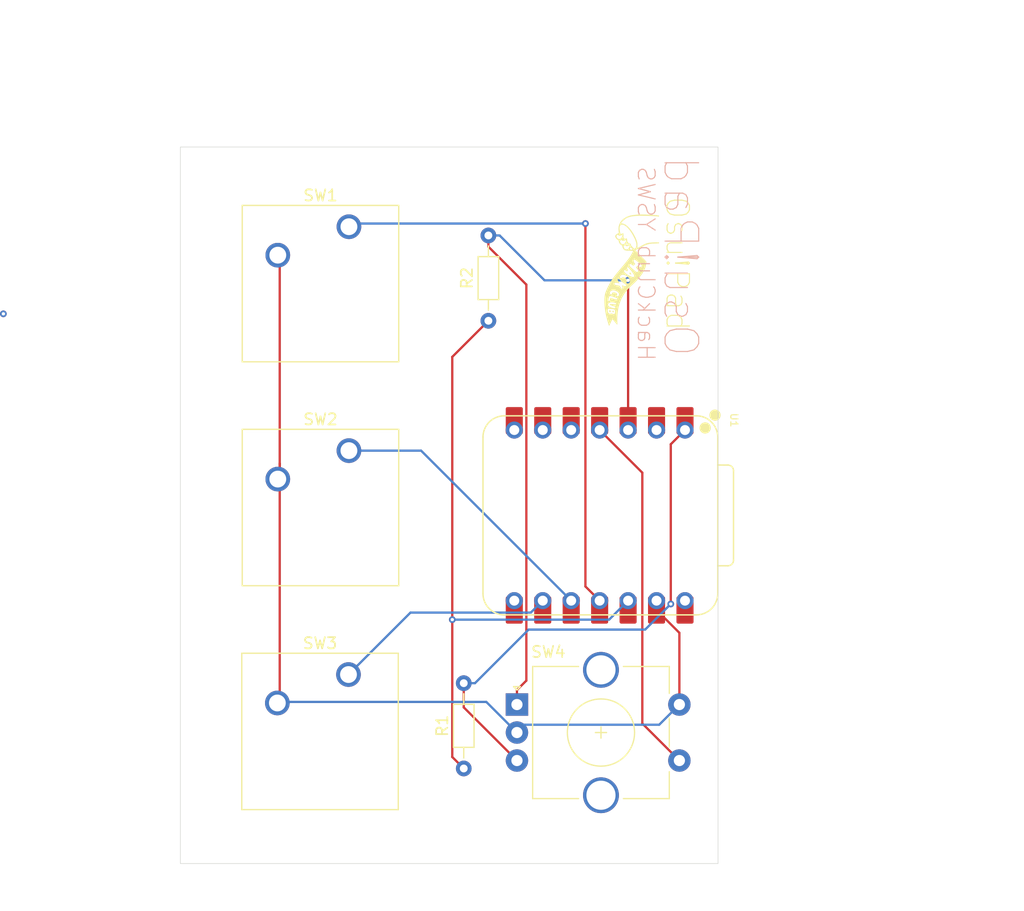
<source format=kicad_pcb>
(kicad_pcb (version 20240108) (generator "pcbnew") (generator_version "8.0")
  (layers (0 "F.Cu" signal) (31 "B.Cu" signal) (34 "B.Paste" user) (35 "F.Paste" user) (36 "B.SilkS" user "B.Silkscreen") (37 "F.SilkS" user "F.Silkscreen") (38 "B.Mask" user) (39 "F.Mask" user) (44 "Edge.Cuts" user))
  (net 0 "")
  (net 1 "Net-(U1-GPIO3{slash}MOSI)")
  (net 2 "GND")
  (net 3 "Net-(U1-GPIO4{slash}MISO)")
  (net 4 "Net-(U1-GPIO2{slash}SCK)")
  (net 11 "Net-(U1-GPIO29{slash}ADC3{slash}A3)")
  (net 18 "Net-(U1-GPIO28{slash}ADC2{slash}A2)")
  (net 19 "Net-(U1-GPIO26{slash}ADC0{slash}A0)")
  (net 20 "Net-(U1-3V3)")
  (footprint "Resistor_THT:R_Axial_DIN0204_L3.6mm_D1.6mm_P7.62mm_Horizontal" (layer "F.Cu") (at 134.3 103.81 90)
    (property "Reference" "R1" (at 3.81 -1.92 90) (layer "F.SilkS"))
    (property "Value" "5k")
    (fp_line (start 5.73 -0.92) (end 1.89 -0.92) (stroke (width 0.12)) (layer "F.SilkS"))
    (fp_line (start 1.89 -0.92) (end 1.89 0.92) (stroke (width 0.12)) (layer "F.SilkS"))
    (fp_line (start 6.68 0) (end 5.73 0) (stroke (width 0.12)) (layer "F.SilkS"))
    (fp_line (start 0.94 0) (end 1.89 0) (stroke (width 0.12)) (layer "F.SilkS"))
    (fp_line (start 5.73 0.92) (end 5.73 -0.92) (stroke (width 0.12)) (layer "F.SilkS"))
    (fp_line (start 1.89 0.92) (end 5.73 0.92) (stroke (width 0.12)) (layer "F.SilkS"))
    (pad "1" thru_hole circle (at 0 0 90) (size 1.4 1.4) (drill 0.7) (layers "*.Cu" "*.Mask") (net 20 "Net-(U1-3V3)"))
    (pad "2" thru_hole oval (at 7.62 0 90) (size 1.4 1.4) (drill 0.7) (layers "*.Cu" "*.Mask") (net 19 "Net-(U1-GPIO26{slash}ADC0{slash}A0)"))
  )
  (footprint "Resistor_THT:R_Axial_DIN0204_L3.6mm_D1.6mm_P7.62mm_Horizontal" (layer "F.Cu") (at 136.5 63.82 90)
    (property "Reference" "R2" (at 3.81 -1.92 90) (layer "F.SilkS"))
    (property "Value" "5k")
    (fp_line (start 5.73 -0.92) (end 1.89 -0.92) (stroke (width 0.12)) (layer "F.SilkS"))
    (fp_line (start 1.89 -0.92) (end 1.89 0.92) (stroke (width 0.12)) (layer "F.SilkS"))
    (fp_line (start 6.68 0) (end 5.73 0) (stroke (width 0.12)) (layer "F.SilkS"))
    (fp_line (start 0.94 0) (end 1.89 0) (stroke (width 0.12)) (layer "F.SilkS"))
    (fp_line (start 5.73 0.92) (end 5.73 -0.92) (stroke (width 0.12)) (layer "F.SilkS"))
    (fp_line (start 1.89 0.92) (end 5.73 0.92) (stroke (width 0.12)) (layer "F.SilkS"))
    (pad "1" thru_hole circle (at 0 0 90) (size 1.4 1.4) (drill 0.7) (layers "*.Cu" "*.Mask") (net 20 "Net-(U1-3V3)"))
    (pad "2" thru_hole oval (at 7.62 0 90) (size 1.4 1.4) (drill 0.7) (layers "*.Cu" "*.Mask") (net 18 "Net-(U1-GPIO28{slash}ADC2{slash}A2)"))
  )
  (footprint "Button_Switch_Keyboard:SW_Cherry_MX_1.00u_PCB" (layer "F.Cu") (at 124.05 55.42)
    (property "Reference" "SW1" (at -2.54 -2.794 0) (layer "F.SilkS"))
    (property "Value" "SW_Push")
    (fp_line (start -9.525 -1.905) (end 4.445 -1.905) (stroke (width 0.12)) (layer "F.SilkS"))
    (fp_line (start -9.525 12.065) (end -9.525 -1.905) (stroke (width 0.12)) (layer "F.SilkS"))
    (fp_line (start 4.445 -1.905) (end 4.445 12.065) (stroke (width 0.12)) (layer "F.SilkS"))
    (fp_line (start 4.445 12.065) (end -9.525 12.065) (stroke (width 0.12)) (layer "F.SilkS"))
    (pad "" np_thru_hole circle (at -7.62 5.08) (size 1.7 1.7) (drill 1.7) (layers "*.Cu" "*.Mask"))
    (pad "" np_thru_hole circle (at -2.54 5.08) (size 4 4) (drill 4) (layers "*.Cu" "*.Mask"))
    (pad "" np_thru_hole circle (at 2.54 5.08) (size 1.7 1.7) (drill 1.7) (layers "*.Cu" "*.Mask"))
    (pad "1" thru_hole circle (at 0 0) (size 2.2 2.2) (drill 1.5) (layers "*.Cu" "*.Mask") (net 1 "Net-(U1-GPIO3{slash}MOSI)"))
    (pad "2" thru_hole circle (at -6.35 2.54) (size 2.2 2.2) (drill 1.5) (layers "*.Cu" "*.Mask") (net 2 "GND"))
  )
  (footprint "LOGO" (layer "F.Cu") (at 148.920677 59.275013 -90)
    (property "Reference" "G***" (hide yes))
    (property "Value" "LOGO" (hide yes))
    (fp_poly (pts (xy 3.76614 1.520887) (xy 3.782094 1.566502) (xy 3.750016 1.613594) (xy 3.688172 1.636873) (xy 3.625448 1.629979) (xy 3.608158 1.574683) (xy 3.608157 1.574355) (xy 3.62724 1.517324) (xy 3.695495 1.50045) (xy 3.700088 1.500422)) (fill solid) (layer "F.SilkS"))
    (fp_poly (pts (xy 3.70039 1.228667) (xy 3.771363 1.248034) (xy 3.794075 1.250351) (xy 3.807455 1.271083) (xy 3.786779 1.303938) (xy 3.721602 1.352085) (xy 3.667283 1.34453) (xy 3.643897 1.284318) (xy 3.643882 1.282254) (xy 3.65879 1.227819)) (fill solid) (layer "F.SilkS"))
    (fp_poly (pts (xy 0.42556 -0.318179) (xy 0.397532 -0.258305) (xy 0.364662 -0.214636) (xy 0.314759 -0.16276) (xy 0.279498 -0.165158) (xy 0.254961 -0.190592) (xy 0.233615 -0.232877) (xy 0.261447 -0.26919) (xy 0.318991 -0.30235) (xy 0.399041 -0.333512)) (fill solid) (layer "F.SilkS"))
    (fp_poly (pts (xy -2.388886 -2.812876) (xy -2.371528 -2.776523) (xy -2.36187 -2.700692) (xy -2.357805 -2.572911) (xy -2.357186 -2.47391) (xy -2.346426 -2.17587) (xy -2.31125 -1.923079) (xy -2.245554 -1.691724) (xy -2.143235 -1.457993) (xy -2.055042 -1.294988) (xy -1.969261 -1.139479) (xy -1.893868 -0.992565) (xy -1.83842 -0.873453) (xy -1.815739 -0.814139) (xy -1.775752 -0.681582) (xy -1.254855 -1.184538) (xy -0.733958 -1.687494) (xy -0.53667 -1.669245) (xy -0.256443 -1.611258) (xy 0.043516 -1.489037) (xy 0.358753 -1.305579) (xy 0.684819 -1.06388) (xy 1.01726 -0.766939) (xy 1.351626 -0.417753) (xy 1.394905 -0.368789) (xy 1.754131 -0.004893) (xy 2.139355 0.294097) (xy 2.556818 0.531938) (xy 3.012761 0.712386) (xy 3.341168 0.802652) (xy 3.566836 0.8459) (xy 3.825943 0.880928) (xy 4.094519 0.905671) (xy 4.348589 0.918063) (xy 4.564183 0.916039) (xy 4.615917 0.912476) (xy 4.74614 0.904532) (xy 4.843375 0.905116) (xy 4.890755 0.913925) (xy 4.892832 0.917446) (xy 4.865758 0.951056) (xy 4.794617 1.015909) (xy 4.692496 1.10038) (xy 4.643529 1.138901) (xy 4.534535 1.227004) (xy 4.453419 1.299512) (xy 4.412236 1.34532) (xy 4.409871 1.354152) (xy 4.44715 1.37755) (xy 4.534569 1.42037) (xy 4.656148 1.474957) (xy 4.71276 1.499216) (xy 4.84176 1.556383) (xy 4.941012 1.605382) (xy 4.995489 1.638569) (xy 5.001406 1.646071) (xy 4.969024 1.664023) (xy 4.880952 1.695413) (xy 4.750806 1.736301) (xy 4.5922 1.782751) (xy 4.41875 1.830823) (xy 4.24407 1.87658) (xy 4.081775 1.916085) (xy 4.019246 1.930155) (xy 3.664738 1.995216) (xy 3.301494 2.039662) (xy 2.946058 2.06271) (xy 2.614974 2.063575) (xy 2.324786 2.041475) (xy 2.179184 2.017289) (xy 2.021806 1.970681) (xy 1.820798 1.891067) (xy 1.591305 1.78607) (xy 1.348471 1.663311) (xy 1.10744 1.530413) (xy 0.883357 1.394996) (xy 0.719143 1.284302) (xy 1.821941 1.284302) (xy 1.845381 1.408785) (xy 1.90603 1.50523) (xy 1.989382 1.564229) (xy 2.080931 1.576378) (xy 2.121217 1.555531) (xy 2.331061 1.555531) (xy 2.331062 1.57187) (xy 2.371107 1.620447) (xy 2.457761 1.663624) (xy 2.567802 1.695916) (xy 2.678006 1.711837) (xy 2.76515 1.7059) (xy 2.801858 1.683091) (xy 2.79611 1.636085) (xy 2.730108 1.590823) (xy 2.616807 1.555295) (xy 2.538148 1.532099) (xy 2.501135 1.508631) (xy 2.500721 1.506514) (xy 2.512505 1.462401) (xy 2.52138 1.436512) (xy 2.89387 1.436512) (xy 2.915574 1.580086) (xy 2.973474 1.683984) (xy 3.056181 1.740394) (xy 3.152304 1.741503) (xy 3.249507 1.68045) (xy 3.287761 1.622032) (xy 3.472526 1.622032) (xy 3.472855 1.701073) (xy 3.487287 1.741444) (xy 3.518215 1.759228) (xy 3.524479 1.760955) (xy 3.618542 1.77941) (xy 3.696797 1.772978) (xy 3.781664 1.746922) (xy 3.878113 1.683908) (xy 3.922693 1.591315) (xy 3.906499 1.48893) (xy 3.901799 1.479987) (xy 3.890426 1.401548) (xy 3.923892 1.320351) (xy 3.956387 1.221594) (xy 3.924514 1.152715) (xy 3.829326 1.114871) (xy 3.730075 1.107454) (xy 3.636727 1.113486) (xy 3.573687 1.13985) (xy 3.532938 1.198951) (xy 3.506459 1.30319) (xy 3.486234 1.464973) (xy 3.483906 1.488236) (xy 3.472526 1.622032) (xy 3.287761 1.622032) (xy 3.299703 1.603796) (xy 3.350813 1.485327) (xy 3.394036 1.351865) (xy 3.420572 1.230233) (xy 3.42278 1.152345) (xy 3.382564 1.093094) (xy 3.350725 1.078833) (xy 3.305573 1.091739) (xy 3.269718 1.158311) (xy 3.251223 1.22132) (xy 3.200272 1.398142) (xy 3.153316 1.510372) (xy 3.107204 1.564506) (xy 3.081206 1.57187) (xy 3.051687 1.560048) (xy 3.040552 1.514414) (xy 3.045591 1.419716) (xy 3.051432 1.366455) (xy 3.066022 1.240753) (xy 3.077949 1.135715) (xy 3.082839 1.090961) (xy 3.062961 1.026586) (xy 3.029918 1.008401) (xy 2.979909 1.031044) (xy 2.937969 1.112401) (xy 2.90811 1.239851) (xy 2.894341 1.400775) (xy 2.89387 1.436512) (xy 2.52138 1.436512) (xy 2.542877 1.373808) (xy 2.57217 1.294624) (xy 2.623134 1.13444) (xy 2.643386 1.008755) (xy 2.632714 0.926953) (xy 2.590906 0.898418) (xy 2.581083 0.899465) (xy 2.537495 0.934535) (xy 2.487919 1.028048) (xy 2.429508 1.185578) (xy 2.419938 1.214673) (xy 2.376733 1.356617) (xy 2.345545 1.476514) (xy 2.331061 1.555531) (xy 2.121217 1.555531) (xy 2.166171 1.532268) (xy 2.180441 1.51677) (xy 2.203288 1.454137) (xy 2.158688 1.407795) (xy 2.089873 1.387493) (xy 2.033195 1.346974) (xy 2.009105 1.265292) (xy 2.013626 1.162666) (xy 2.042779 1.059316) (xy 2.092588 0.975461) (xy 2.159075 0.931321) (xy 2.180102 0.928832) (xy 2.237653 0.943967) (xy 2.250633 0.964557) (xy 2.279568 0.996251) (xy 2.304219 1.000281) (xy 2.34454 0.971859) (xy 2.357197 0.905871) (xy 2.340696 0.831239) (xy 2.314937 0.79308) (xy 2.227772 0.747169) (xy 2.129795 0.759701) (xy 2.030962 0.820755) (xy 1.941229 0.92041) (xy 1.870553 1.048745) (xy 1.82889 1.195841) (xy 1.821941 1.284302) (xy 0.719143 1.284302) (xy 0.708395 1.277057) (xy 0.577159 1.178628) (xy 0.408144 1.046132) (xy 0.217411 0.892472) (xy 0.133549 0.82333) (xy 0.796097 0.82333) (xy 0.811474 0.873069) (xy 0.876018 0.881778) (xy 0.983223 0.84233) (xy 1.079214 0.78292) (xy 1.149008 0.73628) (xy 1.188884 0.714669) (xy 1.190178 0.714486) (xy 1.191995 0.745948) (xy 1.181204 0.82649) (xy 1.169339 0.89154) (xy 1.152915 1.005284) (xy 1.150484 1.095615) (xy 1.155496 1.123748) (xy 1.203555 1.17284) (xy 1.272312 1.166214) (xy 1.319753 1.127784) (xy 1.347585 1.064491) (xy 1.37226 0.958668) (xy 1.382446 0.886644) (xy 1.398287 0.773727) (xy 1.425786 0.706875) (xy 1.481099 0.66085) (xy 1.54981 0.625176) (xy 1.653021 0.559697) (xy 1.691237 0.502688) (xy 1.670909 0.462405) (xy 1.59849 0.4471) (xy 1.480431 0.465028) (xy 1.435317 0.478711) (xy 1.381833 0.493913) (xy 1.370831 0.478615) (xy 1.398084 0.418232) (xy 1.410692 0.393778) (xy 1.451682 0.278099) (xy 1.451688 0.182186) (xy 1.41209 0.123382) (xy 1.388498 0.114654) (xy 1.33171 0.139538) (xy 1.256393 0.23045) (xy 1.216676 0.292911) (xy 1.121052 0.429076) (xy 1.002931 0.56649) (xy 0.938882 0.629264) (xy 0.836397 0.739686) (xy 0.796097 0.82333) (xy 0.133549 0.82333) (xy 0.02102 0.730552) (xy -0.125183 0.607313) (xy -0.317782 0.445043) (xy 0.434449 0.445043) (xy 0.467694 0.564574) (xy 0.500141 0.607313) (xy 0.586397 0.664288) (xy 0.670585 0.674556) (xy 0.730646 0.636947) (xy 0.739274 0.62001) (xy 0.732278 0.550875) (xy 0.702429 0.517829) (xy 0.64962 0.440195) (xy 0.657843 0.334204) (xy 0.725857 0.20653) (xy 0.770857 0.149327) (xy 0.880385 0.044006) (xy 0.971901 0.003281) (xy 1.042412 0.028068) (xy 1.065532 0.059105) (xy 1.115782 0.09999) (xy 1.17102 0.085735) (xy 1.209027 0.027264) (xy 1.214627 -0.01419) (xy 1.186839 -0.122681) (xy 1.111975 -0.18961) (xy 1.002788 -0.212473) (xy 0.872027 -0.188766) (xy 0.732444 -0.115988) (xy 0.724587 -0.110383) (xy 0.598404 0.008673) (xy 0.504713 0.151394) (xy 0.448425 0.302084) (xy 0.434449 0.445043) (xy -0.317782 0.445043) (xy -0.428301 0.351928) (xy -0.68724 0.140729) (xy -0.894399 -0.02019) (xy -0.241732 -0.02019) (xy -0.236098 0.023461) (xy -0.180756 0.035724) (xy -0.088219 0.016694) (xy -0.03814 -0.006782) (xy 0.030247 -0.030871) (xy 0.085069 -0.003521) (xy 0.117303 0.034221) (xy 0.108869 0.078814) (xy 0.0659 0.142762) (xy 0.022432 0.220106) (xy 0.01357 0.277538) (xy 0.015763 0.282398) (xy 0.073878 0.320749) (xy 0.157235 0.29834) (xy 0.258552 0.218027) (xy 0.303024 0.16969) (xy 0.397863 0.04318) (xy 0.487769 -0.103901) (xy 0.563748 -0.253386) (xy 0.616809 -0.387108) (xy 0.637958 -0.486901) (xy 0.6371 -0.505191) (xy 0.610378 -0.576958) (xy 0.553909 -0.602538) (xy 0.463152 -0.580589) (xy 0.333568 -0.509767) (xy 0.160617 -0.38873) (xy 0.107601 -0.348573) (xy -0.070477 -0.205415) (xy -0.186723 -0.096219) (xy -0.241732 -0.02019) (xy -0.894399 -0.02019) (xy -0.909232 -0.031712) (xy -1.10151 -0.170823) (xy -1.271308 -0.282032) (xy -1.425856 -0.37077) (xy -1.434197 -0.37518) (xy -1.549662 -0.435128) (xy -1.637848 -0.479371) (xy -1.682261 -0.499665) (xy -1.684268 -0.500141) (xy -1.694891 -0.465323) (xy -1.703779 -0.36447) (xy -1.710594 -0.20298) (xy -1.714558 -0.018297) (xy -1.725594 0.120808) (xy -1.750953 0.233519) (xy -1.770149 0.275685) (xy -1.845877 0.354326) (xy -1.949022 0.419464) (xy -2.051212 0.455587) (xy -2.101203 0.456699) (xy -2.161966 0.478397) (xy -2.203957 0.543149) (xy -2.269044 0.634207) (xy -2.368617 0.7148) (xy -2.476666 0.767522) (xy -2.55429 0.777623) (xy -2.624924 0.799356) (xy -2.679325 0.875246) (xy -2.746389 0.962056) (xy -2.844241 1.04078) (xy -2.866794 1.053868) (xy -2.956715 1.096923) (xy -3.017728 1.104847) (xy -3.081787 1.079929) (xy -3.099002 1.070524) (xy -3.181692 0.995028) (xy -3.23905 0.891902) (xy -3.261227 0.846866) (xy -3.138323 0.846866) (xy -3.129911 0.917402) (xy -3.09921 0.959074) (xy -3.025998 0.987227) (xy -2.930139 0.969636) (xy -2.837706 0.912816) (xy -2.813291 0.887627) (xy -2.753464 0.774028) (xy -2.76146 0.6633) (xy -2.833896 0.564214) (xy -2.900092 0.525201) (xy -2.668152 0.525201) (xy -2.655386 0.584307) (xy -2.645188 0.604346) (xy -2.596006 0.661985) (xy -2.522758 0.665982) (xy -2.506699 0.662513) (xy -2.409275 0.617444) (xy -2.348875 0.566108) (xy -2.289048 0.452509) (xy -2.297043 0.341781) (xy -2.369479 0.242695) (xy -2.435676 0.203682) (xy -2.203735 0.203682) (xy -2.19097 0.262788) (xy -2.180772 0.282828) (xy -2.131589 0.340466) (xy -2.058341 0.344463) (xy -2.042283 0.340994) (xy -1.944858 0.295925) (xy -1.884459 0.244589) (xy -1.824631 0.13099) (xy -1.832627 0.020262) (xy -1.905063 -0.078824) (xy -2.038557 -0.157499) (xy -2.039704 -0.157959) (xy -2.149436 -0.195382) (xy -2.201732 -0.194337) (xy -2.200682 -0.152681) (xy -2.166161 -0.091683) (xy -2.113394 0.026325) (xy -2.126831 0.118013) (xy -2.165845 0.159649) (xy -2.203735 0.203682) (xy -2.435676 0.203682) (xy -2.502974 0.16402) (xy -2.50412 0.16356) (xy -2.613852 0.126137) (xy -2.666148 0.127182) (xy -2.665098 0.168838) (xy -2.630578 0.229836) (xy -2.577811 0.347844) (xy -2.591247 0.439532) (xy -2.630262 0.481168) (xy -2.668152 0.525201) (xy -2.900092 0.525201) (xy -2.96739 0.485539) (xy -2.968537 0.485079) (xy -3.068674 0.450928) (xy -2.786498 0.450928) (xy -2.76912 0.461621) (xy -2.721629 0.41573) (xy -2.710492 0.401898) (xy -2.679596 0.359583) (xy -2.698096 0.368454) (xy -2.72398 0.388411) (xy -2.773457 0.43248) (xy -2.786498 0.450928) (xy -3.068674 0.450928) (xy -3.078268 0.447656) (xy -3.130564 0.448701) (xy -3.129515 0.490357) (xy -3.094994 0.551355) (xy -3.045974 0.657927) (xy -3.043493 0.745859) (xy -3.087889 0.797946) (xy -3.090155 0.798854) (xy -3.138323 0.846866) (xy -3.261227 0.846866) (xy -3.278817 0.811146) (xy -3.321684 0.779164) (xy -3.327761 0.779781) (xy -3.386097 0.788591) (xy -3.491668 0.799965) (xy -3.607557 0.81026) (xy -3.870827 0.797489) (xy -4.118601 0.719881) (xy -4.344154 0.583511) (xy -4.540761 0.39445) (xy -4.701697 0.158771) (xy -4.820237 -0.117454) (xy -4.874817 -0.334) (xy -4.916443 -0.6113) (xy -4.941844 -0.911877) (xy -4.951432 -1.247989) (xy -4.945615 -1.631895) (xy -4.930008 -1.984214) (xy -4.915083 -2.2502) (xy -4.902194 -2.453249) (xy -4.89003 -2.601795) (xy -4.87728 -2.704271) (xy -4.862632 -2.76911) (xy -4.844775 -2.804747) (xy -4.822396 -2.819614) (xy -4.799677 -2.822222) (xy -4.763247 -2.803216) (xy -4.764278 -2.736588) (xy -4.766847 -2.723981) (xy -4.780316 -2.626569) (xy -4.792887 -2.471264) (xy -4.804186 -2.271617) (xy -4.813836 -2.041182) (xy -4.821462 -1.793511) (xy -4.826689 -1.542156) (xy -4.82914 -1.30067) (xy -4.82844 -1.082607) (xy -4.824214 -0.901518) (xy -4.819757 -0.815208) (xy -4.798683 -0.563501) (xy -4.771761 -0.365041) (xy -4.734956 -0.201652) (xy -4.68423 -0.055154) (xy -4.620164 0.08356) (xy -4.559235 0.182548) (xy -4.474268 0.294468) (xy -4.378991 0.40422) (xy -4.287134 0.496704) (xy -4.212424 0.55682) (xy -4.176468 0.571589) (xy -4.153798 0.5405) (xy -4.151923 0.526096) (xy -4.046787 0.526096) (xy -3.99717 0.625056) (xy -3.888901 0.688435) (xy -3.724501 0.712204) (xy -3.506494 0.692336) (xy -3.429536 0.676936) (xy -3.297034 0.646414) (xy -3.223155 0.623021) (xy -3.196767 0.598423) (xy -3.206738 0.564287) (xy -3.230837 0.528187) (xy -3.28278 0.438221) (xy -3.280947 0.384786) (xy -3.220348 0.362058) (xy -3.095991 0.364213) (xy -3.09071 0.364643) (xy -2.969166 0.369903) (xy -2.893163 0.356751) (xy -2.83798 0.319742) (xy -2.824421 0.305997) (xy -2.777418 0.231876) (xy -2.787595 0.178069) (xy -2.821331 0.099688) (xy -2.801148 0.062115) (xy -2.389823 0.062115) (xy -2.376977 0.094015) (xy -2.357806 0.107173) (xy -2.295046 0.116966) (xy -2.243475 0.084839) (xy -2.224447 0.032146) (xy -2.243488 -0.007145) (xy -2.288788 -0.029073) (xy -2.343248 0.005967) (xy -2.34913 0.011754) (xy -2.389823 0.062115) (xy -2.801148 0.062115) (xy -2.797017 0.054424) (xy -2.710056 0.036582) (xy -2.672696 0.035724) (xy -2.533189 0.011047) (xy -2.425513 -0.055104) (xy -2.365283 -0.150903) (xy -2.357806 -0.202711) (xy -2.339789 -0.268087) (xy -2.326489 -0.271784) (xy -2.036958 -0.271784) (xy -1.938381 -0.231086) (xy -1.86706 -0.208632) (xy -1.832116 -0.230113) (xy -1.813182 -0.282746) (xy -1.799543 -0.370741) (xy -1.805306 -0.425434) (xy -1.830762 -0.445974) (xy -1.882006 -0.417269) (xy -1.930505 -0.373773) (xy -2.036958 -0.271784) (xy -2.326489 -0.271784) (xy -2.276083 -0.285795) (xy -2.199667 -0.313632) (xy -2.095349 -0.391234) (xy -2.024884 -0.457858) (xy -1.93622 -0.54989) (xy -1.895584 -0.601822) (xy -0.928833 -0.601822) (xy -0.900897 -0.551549) (xy -0.830252 -0.535346) (xy -0.736642 -0.552571) (xy -0.63981 -0.602587) (xy -0.627888 -0.611563) (xy -0.531654 -0.687261) (xy -0.446156 -0.60694) (xy -0.360659 -0.52662) (xy -0.448262 -0.411766) (xy -0.519939 -0.297766) (xy -0.531589 -0.221979) (xy -0.483173 -0.183807) (xy -0.433055 -0.178622) (xy -0.368704 -0.190549) (xy -0.299831 -0.233219) (xy -0.212726 -0.316962) (xy -0.136725 -0.401899) (xy -0.000018 -0.560923) (xy 0.095067 -0.676231) (xy 0.154558 -0.757347) (xy 0.184484 -0.813796) (xy 0.190871 -0.855101) (xy 0.179749 -0.890786) (xy 0.176578 -0.896927) (xy 0.126327 -0.952896) (xy 0.058543 -0.953393) (xy -0.035883 -0.896876) (xy -0.090324 -0.851702) (xy -0.168981 -0.785248) (xy -0.216025 -0.761426) (xy -0.253347 -0.775513) (xy -0.288867 -0.808855) (xy -0.332868 -0.86074) (xy -0.337821 -0.909014) (xy -0.30579 -0.985237) (xy -0.30102 -0.994834) (xy -0.265282 -1.106375) (xy -0.267644 -1.204303) (xy -0.30478 -1.269716) (xy -0.352268 -1.286076) (xy -0.401577 -1.259214) (xy -0.480562 -1.18781) (xy -0.577617 -1.085637) (xy -0.681136 -0.966469) (xy -0.779514 -0.84408) (xy -0.861145 -0.732242) (xy -0.914422 -0.644731) (xy -0.928833 -0.601822) (xy -1.895584 -0.601822) (xy -1.891612 -0.606898) (xy -1.884384 -0.644173) (xy -1.907864 -0.677006) (xy -1.923063 -0.691149) (xy -2.052937 -0.769406) (xy -2.215644 -0.796114) (xy -2.415264 -0.770898) (xy -2.655879 -0.693386) (xy -2.854948 -0.60587) (xy -3.219232 -0.41144) (xy -3.52883 -0.203965) (xy -3.776147 0.011339) (xy -3.818491 0.055997) (xy -3.95997 0.237539) (xy -4.035228 0.395581) (xy -4.046787 0.526096) (xy -4.151923 0.526096) (xy -4.144031 0.465461) (xy -4.144023 0.462993) (xy -4.111326 0.31142) (xy -4.018296 0.144229) (xy -3.872526 -0.032032) (xy -3.681606 -0.210819) (xy -3.453128 -0.385584) (xy -3.194683 -0.549782) (xy -2.913863 -0.696864) (xy -2.684993 -0.795179) (xy -2.521365 -0.85275) (xy -2.388595 -0.882106) (xy -2.254782 -0.889181) (xy -2.191513 -0.886984) (xy -2.074924 -0.883723) (xy -1.993097 -0.886729) (xy -1.964763 -0.894608) (xy -1.981473 -0.931908) (xy -2.026405 -1.01671) (xy -2.091863 -1.134751) (xy -2.140345 -1.220055) (xy -2.25389 -1.425868) (xy -2.335151 -1.598286) (xy -2.390147 -1.758797) (xy -2.424891 -1.928887) (xy -2.445402 -2.130042) (xy -2.45642 -2.348875) (xy -2.462861 -2.541854) (xy -2.464427 -2.674486) (xy -2.460178 -2.757766) (xy -2.449179 -2.802688) (xy -2.43049 -2.820245) (xy -2.416053 -2.822222)) (fill solid) (layer "F.SilkS"))
  )
  (footprint "Seeed Studio XIAO Series Library:XIAO-RP2040-DIP" (layer "F.Cu") (at 146.4315 81.2 -90)
    (property "Reference" "U1" (at -8.5 -12 -90) (layer "F.SilkS") (effects (font (size 0.635 0.635) (thickness 0.1016))))
    (property "Value" "XIAO-RP2040-DIP")
    (fp_line (start -6.985 10.414) (end 6.985 10.414) (stroke (width 0.127)) (layer "F.SilkS"))
    (fp_line (start -8.89 8.509) (end -8.89 -8.636) (stroke (width 0.127)) (layer "F.SilkS"))
    (fp_line (start 8.89 8.509) (end 8.89 -8.636) (stroke (width 0.127)) (layer "F.SilkS"))
    (fp_line (start -4.495 -10.541) (end -4.491272 -11.451272) (stroke (width 0.127)) (layer "F.SilkS"))
    (fp_line (start 6.985 -10.541) (end -6.985 -10.541) (stroke (width 0.1)) (layer "F.SilkS"))
    (fp_line (start 6.985 -10.541) (end -6.985 -10.541) (stroke (width 0.127)) (layer "F.SilkS"))
    (fp_line (start 4.504 -11.451) (end 4.504 -10.541) (stroke (width 0.127)) (layer "F.SilkS"))
    (fp_line (start -3.991272 -11.951) (end 4.004 -11.951) (stroke (width 0.127)) (layer "F.SilkS"))
    (fp_arc (start -6.985 10.414) (mid -8.332038 9.856038) (end -8.89 8.509) (stroke (width 0.127)) (layer "F.SilkS"))
    (fp_arc (start 8.89 8.509) (mid 8.332038 9.856038) (end 6.985 10.414) (stroke (width 0.127)) (layer "F.SilkS"))
    (fp_arc (start -8.89 -8.636) (mid -8.332038 -9.983038) (end -6.985 -10.541) (stroke (width 0.127)) (layer "F.SilkS"))
    (fp_arc (start 6.985 -10.541) (mid 8.332038 -9.983038) (end 8.89 -8.636) (stroke (width 0.127)) (layer "F.SilkS"))
    (fp_arc (start -4.491272 -11.451272) (mid -4.344724 -11.804644) (end -3.991272 -11.951) (stroke (width 0.127)) (layer "F.SilkS"))
    (fp_arc (start 4.004 -11.951) (mid 4.357553 -11.804553) (end 4.504 -11.451) (stroke (width 0.127)) (layer "F.SilkS"))
    (fp_circle (center -7.807 -9.42) (end -7.807 -9.674) (stroke (width 0.5)) (fill solid) (layer "F.SilkS"))
    (fp_circle (center -8.95 -10.3) (end -8.95 -10.554) (stroke (width 0.5)) (fill solid) (layer "F.SilkS"))
    (pad "1" smd roundrect (at -8.455 -7.62 90) (size 2.432 1.524) (layers "F.Cu" "F.Mask") (roundrect_rratio 0.1) (net 19 "Net-(U1-GPIO26{slash}ADC0{slash}A0)"))
    (pad "1" thru_hole circle (at -7.62 -7.62 90) (size 1.524 1.524) (drill 0.889) (layers "*.Cu" "*.Mask") (net 19 "Net-(U1-GPIO26{slash}ADC0{slash}A0)"))
    (pad "2" smd roundrect (at -8.455 -5.08 90) (size 2.432 1.524) (layers "F.Cu" "F.Mask") (roundrect_rratio 0.1))
    (pad "2" thru_hole circle (at -7.62 -5.08 90) (size 1.524 1.524) (drill 0.889) (layers "*.Cu" "*.Mask"))
    (pad "3" smd roundrect (at -8.455 -2.54 90) (size 2.432 1.524) (layers "F.Cu" "F.Mask") (roundrect_rratio 0.1) (net 18 "Net-(U1-GPIO28{slash}ADC2{slash}A2)"))
    (pad "3" thru_hole circle (at -7.62 -2.54 90) (size 1.524 1.524) (drill 0.889) (layers "*.Cu" "*.Mask") (net 18 "Net-(U1-GPIO28{slash}ADC2{slash}A2)"))
    (pad "4" smd roundrect (at -8.455 0 90) (size 2.432 1.524) (layers "F.Cu" "F.Mask") (roundrect_rratio 0.1) (net 11 "Net-(U1-GPIO29{slash}ADC3{slash}A3)"))
    (pad "4" thru_hole circle (at -7.62 0 90) (size 1.524 1.524) (drill 0.889) (layers "*.Cu" "*.Mask") (net 11 "Net-(U1-GPIO29{slash}ADC3{slash}A3)"))
    (pad "5" smd roundrect (at -8.455 2.54 90) (size 2.432 1.524) (layers "F.Cu" "F.Mask") (roundrect_rratio 0.1))
    (pad "5" thru_hole circle (at -7.62 2.54 90) (size 1.524 1.524) (drill 0.889) (layers "*.Cu" "*.Mask"))
    (pad "6" smd roundrect (at -8.455 5.08 90) (size 2.432 1.524) (layers "F.Cu" "F.Mask") (roundrect_rratio 0.1))
    (pad "6" thru_hole circle (at -7.62 5.08 90) (size 1.524 1.524) (drill 0.889) (layers "*.Cu" "*.Mask"))
    (pad "7" smd roundrect (at -8.455 7.62 90) (size 2.432 1.524) (layers "F.Cu" "F.Mask") (roundrect_rratio 0.1))
    (pad "7" thru_hole circle (at -7.62 7.62 90) (size 1.524 1.524) (drill 0.889) (layers "*.Cu" "*.Mask"))
    (pad "8" thru_hole circle (at 7.62 7.62 270) (size 1.524 1.524) (drill 0.889) (layers "*.Cu" "*.Mask"))
    (pad "8" smd roundrect (at 8.455 7.62 270) (size 2.432 1.524) (layers "F.Cu" "F.Mask") (roundrect_rratio 0.1))
    (pad "9" thru_hole circle (at 7.62 5.08 270) (size 1.524 1.524) (drill 0.889) (layers "*.Cu" "*.Mask") (net 4 "Net-(U1-GPIO2{slash}SCK)"))
    (pad "9" smd roundrect (at 8.455 5.08 270) (size 2.432 1.524) (layers "F.Cu" "F.Mask") (roundrect_rratio 0.1) (net 4 "Net-(U1-GPIO2{slash}SCK)"))
    (pad "10" thru_hole circle (at 7.62 2.54 270) (size 1.524 1.524) (drill 0.889) (layers "*.Cu" "*.Mask") (net 3 "Net-(U1-GPIO4{slash}MISO)"))
    (pad "10" smd roundrect (at 8.455 2.54 270) (size 2.432 1.524) (layers "F.Cu" "F.Mask") (roundrect_rratio 0.1) (net 3 "Net-(U1-GPIO4{slash}MISO)"))
    (pad "11" thru_hole circle (at 7.62 0 270) (size 1.524 1.524) (drill 0.889) (layers "*.Cu" "*.Mask") (net 1 "Net-(U1-GPIO3{slash}MOSI)"))
    (pad "11" smd roundrect (at 8.455 0 270) (size 2.432 1.524) (layers "F.Cu" "F.Mask") (roundrect_rratio 0.1) (net 1 "Net-(U1-GPIO3{slash}MOSI)"))
    (pad "12" thru_hole circle (at 7.62 -2.54 270) (size 1.524 1.524) (drill 0.889) (layers "*.Cu" "*.Mask") (net 20 "Net-(U1-3V3)"))
    (pad "12" smd roundrect (at 8.455 -2.54 270) (size 2.432 1.524) (layers "F.Cu" "F.Mask") (roundrect_rratio 0.1) (net 20 "Net-(U1-3V3)"))
    (pad "13" thru_hole circle (at 7.62 -5.08 270) (size 1.524 1.524) (drill 0.889) (layers "*.Cu" "*.Mask") (net 2 "GND"))
    (pad "13" smd roundrect (at 8.455 -5.08 270) (size 2.432 1.524) (layers "F.Cu" "F.Mask") (roundrect_rratio 0.1) (net 2 "GND"))
    (pad "14" thru_hole circle (at 7.62 -7.62 270) (size 1.524 1.524) (drill 0.889) (layers "*.Cu" "*.Mask"))
    (pad "14" smd roundrect (at 8.455 -7.62 270) (size 2.432 1.524) (layers "F.Cu" "F.Mask") (roundrect_rratio 0.1))
  )
  (footprint "Button_Switch_Keyboard:SW_Cherry_MX_1.00u_PCB" (layer "F.Cu") (at 124.01 95.42)
    (property "Reference" "SW3" (at -2.54 -2.794 0) (layer "F.SilkS"))
    (property "Value" "SW_Push")
    (fp_line (start -9.525 -1.905) (end 4.445 -1.905) (stroke (width 0.12)) (layer "F.SilkS"))
    (fp_line (start -9.525 12.065) (end -9.525 -1.905) (stroke (width 0.12)) (layer "F.SilkS"))
    (fp_line (start 4.445 -1.905) (end 4.445 12.065) (stroke (width 0.12)) (layer "F.SilkS"))
    (fp_line (start 4.445 12.065) (end -9.525 12.065) (stroke (width 0.12)) (layer "F.SilkS"))
    (pad "" np_thru_hole circle (at -7.62 5.08) (size 1.7 1.7) (drill 1.7) (layers "*.Cu" "*.Mask"))
    (pad "" np_thru_hole circle (at -2.54 5.08) (size 4 4) (drill 4) (layers "*.Cu" "*.Mask"))
    (pad "" np_thru_hole circle (at 2.54 5.08) (size 1.7 1.7) (drill 1.7) (layers "*.Cu" "*.Mask"))
    (pad "1" thru_hole circle (at 0 0) (size 2.2 2.2) (drill 1.5) (layers "*.Cu" "*.Mask") (net 4 "Net-(U1-GPIO2{slash}SCK)"))
    (pad "2" thru_hole circle (at -6.35 2.54) (size 2.2 2.2) (drill 1.5) (layers "*.Cu" "*.Mask") (net 2 "GND"))
  )
  (footprint "Rotary_Encoder:RotaryEncoder_Alps_EC11E-Switch_Vertical_H20mm_CircularMountingHoles" (layer "F.Cu") (at 139.05 98.1)
    (property "Reference" "SW4" (at 2.8 -4.7 0) (layer "F.SilkS"))
    (property "Value" "RotaryEncoder_Switch")
    (fp_line (start -0.3 -1.6) (end 0.3 -1.6) (stroke (width 0.12)) (layer "F.SilkS"))
    (fp_line (start 0 -1.3) (end -0.3 -1.6) (stroke (width 0.12)) (layer "F.SilkS"))
    (fp_line (start 0.3 -1.6) (end 0 -1.3) (stroke (width 0.12)) (layer "F.SilkS"))
    (fp_line (start 1.4 -3.4) (end 1.4 8.4) (stroke (width 0.12)) (layer "F.SilkS"))
    (fp_line (start 5.5 -3.4) (end 1.4 -3.4) (stroke (width 0.12)) (layer "F.SilkS"))
    (fp_line (start 5.5 8.4) (end 1.4 8.4) (stroke (width 0.12)) (layer "F.SilkS"))
    (fp_line (start 7 2.5) (end 8 2.5) (stroke (width 0.12)) (layer "F.SilkS"))
    (fp_line (start 7.5 2) (end 7.5 3) (stroke (width 0.12)) (layer "F.SilkS"))
    (fp_line (start 9.5 -3.4) (end 13.6 -3.4) (stroke (width 0.12)) (layer "F.SilkS"))
    (fp_line (start 13.6 -3.4) (end 13.6 -1) (stroke (width 0.12)) (layer "F.SilkS"))
    (fp_line (start 13.6 1.2) (end 13.6 3.8) (stroke (width 0.12)) (layer "F.SilkS"))
    (fp_line (start 13.6 6) (end 13.6 8.4) (stroke (width 0.12)) (layer "F.SilkS"))
    (fp_line (start 13.6 8.4) (end 9.5 8.4) (stroke (width 0.12)) (layer "F.SilkS"))
    (fp_circle (center 7.5 2.5) (end 10.5 2.5) (stroke (width 0.12)) (fill none) (layer "F.SilkS"))
    (pad "A" thru_hole rect (at 0 0) (size 2 2) (drill 1) (layers "*.Cu" "*.Mask") (net 18 "Net-(U1-GPIO28{slash}ADC2{slash}A2)"))
    (pad "B" thru_hole circle (at 0 5) (size 2 2) (drill 1) (layers "*.Cu" "*.Mask") (net 19 "Net-(U1-GPIO26{slash}ADC0{slash}A0)"))
    (pad "C" thru_hole circle (at 0 2.5) (size 2 2) (drill 1) (layers "*.Cu" "*.Mask") (net 2 "GND"))
    (pad "MP" thru_hole circle (at 7.5 -3.1) (size 3.2 3.2) (drill 2.6) (layers "*.Cu" "*.Mask"))
    (pad "MP" thru_hole circle (at 7.5 8.1) (size 3.2 3.2) (drill 2.6) (layers "*.Cu" "*.Mask"))
    (pad "S1" thru_hole circle (at 14.5 5) (size 2 2) (drill 1) (layers "*.Cu" "*.Mask") (net 11 "Net-(U1-GPIO29{slash}ADC3{slash}A3)"))
    (pad "S2" thru_hole circle (at 14.5 0) (size 2 2) (drill 1) (layers "*.Cu" "*.Mask") (net 2 "GND"))
  )
  (footprint "Button_Switch_Keyboard:SW_Cherry_MX_1.00u_PCB" (layer "F.Cu") (at 124.05 75.42)
    (property "Reference" "SW2" (at -2.54 -2.794 0) (layer "F.SilkS"))
    (property "Value" "SW_Push")
    (fp_line (start -9.525 -1.905) (end 4.445 -1.905) (stroke (width 0.12)) (layer "F.SilkS"))
    (fp_line (start -9.525 12.065) (end -9.525 -1.905) (stroke (width 0.12)) (layer "F.SilkS"))
    (fp_line (start 4.445 -1.905) (end 4.445 12.065) (stroke (width 0.12)) (layer "F.SilkS"))
    (fp_line (start 4.445 12.065) (end -9.525 12.065) (stroke (width 0.12)) (layer "F.SilkS"))
    (pad "" np_thru_hole circle (at -7.62 5.08) (size 1.7 1.7) (drill 1.7) (layers "*.Cu" "*.Mask"))
    (pad "" np_thru_hole circle (at -2.54 5.08) (size 4 4) (drill 4) (layers "*.Cu" "*.Mask"))
    (pad "" np_thru_hole circle (at 2.54 5.08) (size 1.7 1.7) (drill 1.7) (layers "*.Cu" "*.Mask"))
    (pad "1" thru_hole circle (at 0 0) (size 2.2 2.2) (drill 1.5) (layers "*.Cu" "*.Mask") (net 3 "Net-(U1-GPIO4{slash}MISO)"))
    (pad "2" thru_hole circle (at -6.35 2.54) (size 2.2 2.2) (drill 1.5) (layers "*.Cu" "*.Mask") (net 2 "GND"))
  )
  (gr_rect (start 109 48.3) (end 157 112.3) (stroke (width 0.05)) (fill none) (layer "Edge.Cuts"))
  (gr_text "Osu!Pad" (at 151.9 67.2 -90) (layer "B.SilkS") (effects (font (size 3 3) (thickness 0.1)) (justify left bottom mirror)))
  (gr_text "HackClub YSWS" (at 149.7 67.5 270) (layer "B.SilkS") (effects (font (size 1.5 1.5) (thickness 0.1)) (justify left bottom mirror)))
  (gr_text "Osu!Pad" (at 152.2 52.6 270) (layer "F.SilkS") (effects (font (size 2 2) (thickness 0.1)) (justify left bottom)))
  (via (at 93.2 63.2) (size 0.6) (drill 0.3) (layers "F.Cu" "B.Cu") (net 0))
  (segment (start 146.4315 88.82) (end 145.1618 87.5503) (width 0.2) (layer "F.Cu") (net 1))
  (segment (start 145.1618 87.5503) (end 145.1618 55.1358) (width 0.2) (layer "F.Cu") (net 1))
  (segment (start 146.4315 89.655) (end 146.4315 88.82) (width 0.2) (layer "F.Cu") (net 1))
  (via (at 145.1618 55.1358) (size 0.6) (drill 0.3) (layers "F.Cu" "B.Cu") (net 1))
  (segment (start 124.3342 55.1358) (end 145.1618 55.1358) (width 0.2) (layer "B.Cu") (net 1))
  (segment (start 124.05 55.42) (end 124.3342 55.1358) (width 0.2) (layer "B.Cu") (net 1))
  (segment (start 117.7 57.96) (end 117.8713 58.1313) (width 0.2) (layer "F.Cu") (net 2))
  (segment (start 153.55 91.6935) (end 151.5115 89.655) (width 0.2) (layer "F.Cu") (net 2))
  (segment (start 117.8713 97.7487) (end 117.66 97.96) (width 0.2) (layer "F.Cu") (net 2))
  (segment (start 117.8713 76.5797) (end 117.8713 77.7887) (width 0.2) (layer "F.Cu") (net 2))
  (segment (start 151.5115 89.655) (end 151.5115 88.82) (width 0.2) (layer "F.Cu") (net 2))
  (segment (start 117.8713 76.5797) (end 117.8713 97.7487) (width 0.2) (layer "F.Cu") (net 2))
  (segment (start 153.55 98.1) (end 153.55 91.6935) (width 0.2) (layer "F.Cu") (net 2))
  (segment (start 117.8713 77.7887) (end 117.7 77.96) (width 0.2) (layer "F.Cu") (net 2))
  (segment (start 117.8713 58.1313) (end 117.8713 76.5797) (width 0.2) (layer "F.Cu") (net 2))
  (segment (start 139.05 99.9) (end 151.75 99.9) (width 0.2) (layer "B.Cu") (net 2))
  (segment (start 117.66 97.96) (end 117.7562 97.8638) (width 0.2) (layer "B.Cu") (net 2))
  (segment (start 138.35 99.9) (end 139.05 99.9) (width 0.2) (layer "B.Cu") (net 2))
  (segment (start 139.05 99.9) (end 139.05 100.6) (width 0.2) (layer "B.Cu") (net 2))
  (segment (start 151.75 99.9) (end 153.55 98.1) (width 0.2) (layer "B.Cu") (net 2))
  (segment (start 117.7562 97.8638) (end 136.3138 97.8638) (width 0.2) (layer "B.Cu") (net 2))
  (segment (start 136.3138 97.8638) (end 138.35 99.9) (width 0.2) (layer "B.Cu") (net 2))
  (segment (start 143.8915 89.655) (end 143.8915 88.82) (width 0.2) (layer "F.Cu") (net 3))
  (segment (start 130.4915 75.42) (end 143.8915 88.82) (width 0.2) (layer "B.Cu") (net 3))
  (segment (start 124.05 75.42) (end 130.4915 75.42) (width 0.2) (layer "B.Cu") (net 3))
  (segment (start 141.3515 89.655) (end 141.3515 88.82) (width 0.2) (layer "F.Cu") (net 4))
  (segment (start 124.01 95.42) (end 129.5463 89.8837) (width 0.2) (layer "B.Cu") (net 4))
  (segment (start 129.5463 89.8837) (end 140.2878 89.8837) (width 0.2) (layer "B.Cu") (net 4))
  (segment (start 140.2878 89.8837) (end 141.3515 88.82) (width 0.2) (layer "B.Cu") (net 4))
  (segment (start 150.2415 77.39) (end 146.4315 73.58) (width 0.2) (layer "F.Cu") (net 11))
  (segment (start 146.4315 73.58) (end 146.4315 72.745) (width 0.2) (layer "F.Cu") (net 11))
  (segment (start 153.55 103.1) (end 150.2415 99.7915) (width 0.2) (layer "F.Cu") (net 11))
  (segment (start 150.2415 99.7915) (end 150.2415 77.39) (width 0.2) (layer "F.Cu") (net 11))
  (segment (start 148.9715 73.58) (end 148.9715 72.745) (width 0.2) (layer "F.Cu") (net 18))
  (segment (start 139.05 98.1) (end 139.05 96.7983) (width 0.2) (layer "F.Cu") (net 18))
  (segment (start 148.9715 72.745) (end 148.9715 60.2082) (width 0.2) (layer "F.Cu") (net 18))
  (segment (start 136.5 57.2017) (end 139.8881 60.5898) (width 0.2) (layer "F.Cu") (net 18))
  (segment (start 139.8881 60.5898) (end 139.8881 95.9602) (width 0.2) (layer "F.Cu") (net 18))
  (segment (start 136.5 56.2) (end 136.5 57.2017) (width 0.2) (layer "F.Cu") (net 18))
  (segment (start 139.8881 95.9602) (end 139.05 96.7983) (width 0.2) (layer "F.Cu") (net 18))
  (via (at 148.9715 60.2082) (size 0.6) (drill 0.3) (layers "F.Cu" "B.Cu") (net 18))
  (segment (start 137.5017 56.2) (end 141.5099 60.2082) (width 0.2) (layer "B.Cu") (net 18))
  (segment (start 136.5 56.2) (end 137.5017 56.2) (width 0.2) (layer "B.Cu") (net 18))
  (segment (start 141.5099 60.2082) (end 148.9715 60.2082) (width 0.2) (layer "B.Cu") (net 18))
  (segment (start 134.3 98.35) (end 139.05 103.1) (width 0.2) (layer "F.Cu") (net 19))
  (segment (start 152.7815 89.1179) (end 152.7815 74.85) (width 0.2) (layer "F.Cu") (net 19))
  (segment (start 134.3 96.19) (end 134.3 98.35) (width 0.2) (layer "F.Cu") (net 19))
  (segment (start 152.7815 74.85) (end 154.0515 73.58) (width 0.2) (layer "F.Cu") (net 19))
  (segment (start 154.0515 73.58) (end 154.0515 72.745) (width 0.2) (layer "F.Cu") (net 19))
  (via (at 152.7815 89.1179) (size 0.6) (drill 0.3) (layers "F.Cu" "B.Cu") (net 19))
  (segment (start 140.0879 91.4038) (end 150.4956 91.4038) (width 0.2) (layer "B.Cu") (net 19))
  (segment (start 135.3017 96.19) (end 140.0879 91.4038) (width 0.2) (layer "B.Cu") (net 19))
  (segment (start 150.4956 91.4038) (end 152.7815 89.1179) (width 0.2) (layer "B.Cu") (net 19))
  (segment (start 134.3 96.19) (end 135.3017 96.19) (width 0.2) (layer "B.Cu") (net 19))
  (segment (start 134.3 103.81) (end 133.2749 102.7849) (width 0.2) (layer "F.Cu") (net 20))
  (segment (start 133.2749 67.0451) (end 133.2749 90.5151) (width 0.2) (layer "F.Cu") (net 20))
  (segment (start 148.9715 89.655) (end 148.9715 88.82) (width 0.2) (layer "F.Cu") (net 20))
  (segment (start 136.5 63.82) (end 133.2749 67.0451) (width 0.2) (layer "F.Cu") (net 20))
  (segment (start 133.2749 102.7849) (end 133.2749 90.5151) (width 0.2) (layer "F.Cu") (net 20))
  (via (at 133.2749 90.5151) (size 0.6) (drill 0.3) (layers "F.Cu" "B.Cu") (net 20))
  (segment (start 133.2749 90.5151) (end 147.2764 90.5151) (width 0.2) (layer "B.Cu") (net 20))
  (segment (start 147.2764 90.5151) (end 148.9715 88.82) (width 0.2) (layer "B.Cu") (net 20))
)
</source>
